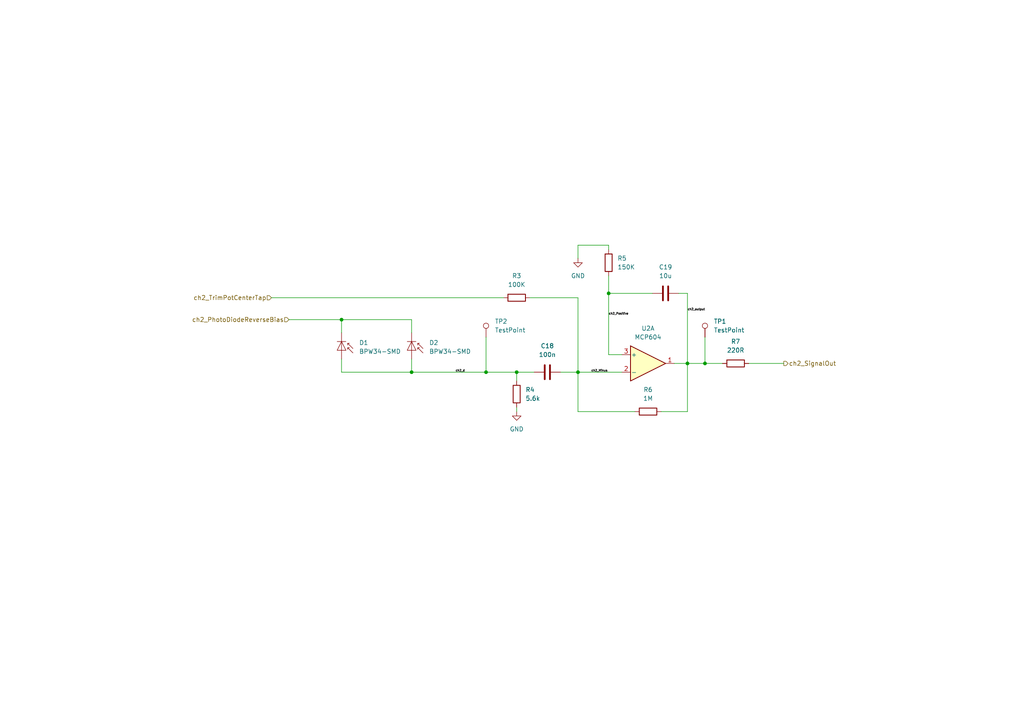
<source format=kicad_sch>
(kicad_sch (version 20230121) (generator eeschema)

  (uuid aee065b9-68bc-4597-bab1-4f3a8a538a8c)

  (paper "A4")

  (title_block
    (title "ElectronicBLETarget")
    (date "2024-02-03")
    (rev "1")
  )

  (lib_symbols
    (symbol "Amplifier_Operational:MCP604" (pin_names (offset 0.127)) (in_bom yes) (on_board yes)
      (property "Reference" "U" (at 0 5.08 0)
        (effects (font (size 1.27 1.27)) (justify left))
      )
      (property "Value" "MCP604" (at 0 -5.08 0)
        (effects (font (size 1.27 1.27)) (justify left))
      )
      (property "Footprint" "" (at -1.27 2.54 0)
        (effects (font (size 1.27 1.27)) hide)
      )
      (property "Datasheet" "http://ww1.microchip.com/downloads/en/DeviceDoc/21314g.pdf" (at 1.27 5.08 0)
        (effects (font (size 1.27 1.27)) hide)
      )
      (property "ki_locked" "" (at 0 0 0)
        (effects (font (size 1.27 1.27)))
      )
      (property "ki_keywords" "quad opamp" (at 0 0 0)
        (effects (font (size 1.27 1.27)) hide)
      )
      (property "ki_description" "Quad 2.7V to 6.0V Single Supply CMOS Op Amps, DIP-14/SOIC-14/TSSOP-14" (at 0 0 0)
        (effects (font (size 1.27 1.27)) hide)
      )
      (property "ki_fp_filters" "SOIC*3.9x8.7mm*P1.27mm* DIP*W7.62mm* TSSOP*4.4x5mm*P0.65mm* SSOP*5.3x6.2mm*P0.65mm* MSOP*3x3mm*P0.5mm*" (at 0 0 0)
        (effects (font (size 1.27 1.27)) hide)
      )
      (symbol "MCP604_1_1"
        (polyline
          (pts
            (xy -5.08 5.08)
            (xy 5.08 0)
            (xy -5.08 -5.08)
            (xy -5.08 5.08)
          )
          (stroke (width 0.254) (type default))
          (fill (type background))
        )
        (pin output line (at 7.62 0 180) (length 2.54)
          (name "~" (effects (font (size 1.27 1.27))))
          (number "1" (effects (font (size 1.27 1.27))))
        )
        (pin input line (at -7.62 -2.54 0) (length 2.54)
          (name "-" (effects (font (size 1.27 1.27))))
          (number "2" (effects (font (size 1.27 1.27))))
        )
        (pin input line (at -7.62 2.54 0) (length 2.54)
          (name "+" (effects (font (size 1.27 1.27))))
          (number "3" (effects (font (size 1.27 1.27))))
        )
      )
      (symbol "MCP604_2_1"
        (polyline
          (pts
            (xy -5.08 5.08)
            (xy 5.08 0)
            (xy -5.08 -5.08)
            (xy -5.08 5.08)
          )
          (stroke (width 0.254) (type default))
          (fill (type background))
        )
        (pin input line (at -7.62 2.54 0) (length 2.54)
          (name "+" (effects (font (size 1.27 1.27))))
          (number "5" (effects (font (size 1.27 1.27))))
        )
        (pin input line (at -7.62 -2.54 0) (length 2.54)
          (name "-" (effects (font (size 1.27 1.27))))
          (number "6" (effects (font (size 1.27 1.27))))
        )
        (pin output line (at 7.62 0 180) (length 2.54)
          (name "~" (effects (font (size 1.27 1.27))))
          (number "7" (effects (font (size 1.27 1.27))))
        )
      )
      (symbol "MCP604_3_1"
        (polyline
          (pts
            (xy -5.08 5.08)
            (xy 5.08 0)
            (xy -5.08 -5.08)
            (xy -5.08 5.08)
          )
          (stroke (width 0.254) (type default))
          (fill (type background))
        )
        (pin input line (at -7.62 2.54 0) (length 2.54)
          (name "+" (effects (font (size 1.27 1.27))))
          (number "10" (effects (font (size 1.27 1.27))))
        )
        (pin output line (at 7.62 0 180) (length 2.54)
          (name "~" (effects (font (size 1.27 1.27))))
          (number "8" (effects (font (size 1.27 1.27))))
        )
        (pin input line (at -7.62 -2.54 0) (length 2.54)
          (name "-" (effects (font (size 1.27 1.27))))
          (number "9" (effects (font (size 1.27 1.27))))
        )
      )
      (symbol "MCP604_4_1"
        (polyline
          (pts
            (xy -5.08 5.08)
            (xy 5.08 0)
            (xy -5.08 -5.08)
            (xy -5.08 5.08)
          )
          (stroke (width 0.254) (type default))
          (fill (type background))
        )
        (pin input line (at -7.62 2.54 0) (length 2.54)
          (name "+" (effects (font (size 1.27 1.27))))
          (number "12" (effects (font (size 1.27 1.27))))
        )
        (pin input line (at -7.62 -2.54 0) (length 2.54)
          (name "-" (effects (font (size 1.27 1.27))))
          (number "13" (effects (font (size 1.27 1.27))))
        )
        (pin output line (at 7.62 0 180) (length 2.54)
          (name "~" (effects (font (size 1.27 1.27))))
          (number "14" (effects (font (size 1.27 1.27))))
        )
      )
      (symbol "MCP604_5_1"
        (pin power_in line (at -2.54 -7.62 90) (length 3.81)
          (name "V-" (effects (font (size 1.27 1.27))))
          (number "11" (effects (font (size 1.27 1.27))))
        )
        (pin power_in line (at -2.54 7.62 270) (length 3.81)
          (name "V+" (effects (font (size 1.27 1.27))))
          (number "4" (effects (font (size 1.27 1.27))))
        )
      )
    )
    (symbol "Connector:TestPoint" (pin_numbers hide) (pin_names (offset 0.762) hide) (in_bom yes) (on_board yes)
      (property "Reference" "TP" (at 0 6.858 0)
        (effects (font (size 1.27 1.27)))
      )
      (property "Value" "TestPoint" (at 0 5.08 0)
        (effects (font (size 1.27 1.27)))
      )
      (property "Footprint" "" (at 5.08 0 0)
        (effects (font (size 1.27 1.27)) hide)
      )
      (property "Datasheet" "~" (at 5.08 0 0)
        (effects (font (size 1.27 1.27)) hide)
      )
      (property "ki_keywords" "test point tp" (at 0 0 0)
        (effects (font (size 1.27 1.27)) hide)
      )
      (property "ki_description" "test point" (at 0 0 0)
        (effects (font (size 1.27 1.27)) hide)
      )
      (property "ki_fp_filters" "Pin* Test*" (at 0 0 0)
        (effects (font (size 1.27 1.27)) hide)
      )
      (symbol "TestPoint_0_1"
        (circle (center 0 3.302) (radius 0.762)
          (stroke (width 0) (type default))
          (fill (type none))
        )
      )
      (symbol "TestPoint_1_1"
        (pin passive line (at 0 0 90) (length 2.54)
          (name "1" (effects (font (size 1.27 1.27))))
          (number "1" (effects (font (size 1.27 1.27))))
        )
      )
    )
    (symbol "Device:C" (pin_numbers hide) (pin_names (offset 0.254)) (in_bom yes) (on_board yes)
      (property "Reference" "C" (at 0.635 2.54 0)
        (effects (font (size 1.27 1.27)) (justify left))
      )
      (property "Value" "C" (at 0.635 -2.54 0)
        (effects (font (size 1.27 1.27)) (justify left))
      )
      (property "Footprint" "" (at 0.9652 -3.81 0)
        (effects (font (size 1.27 1.27)) hide)
      )
      (property "Datasheet" "~" (at 0 0 0)
        (effects (font (size 1.27 1.27)) hide)
      )
      (property "ki_keywords" "cap capacitor" (at 0 0 0)
        (effects (font (size 1.27 1.27)) hide)
      )
      (property "ki_description" "Unpolarized capacitor" (at 0 0 0)
        (effects (font (size 1.27 1.27)) hide)
      )
      (property "ki_fp_filters" "C_*" (at 0 0 0)
        (effects (font (size 1.27 1.27)) hide)
      )
      (symbol "C_0_1"
        (polyline
          (pts
            (xy -2.032 -0.762)
            (xy 2.032 -0.762)
          )
          (stroke (width 0.508) (type default))
          (fill (type none))
        )
        (polyline
          (pts
            (xy -2.032 0.762)
            (xy 2.032 0.762)
          )
          (stroke (width 0.508) (type default))
          (fill (type none))
        )
      )
      (symbol "C_1_1"
        (pin passive line (at 0 3.81 270) (length 2.794)
          (name "~" (effects (font (size 1.27 1.27))))
          (number "1" (effects (font (size 1.27 1.27))))
        )
        (pin passive line (at 0 -3.81 90) (length 2.794)
          (name "~" (effects (font (size 1.27 1.27))))
          (number "2" (effects (font (size 1.27 1.27))))
        )
      )
    )
    (symbol "Device:R" (pin_numbers hide) (pin_names (offset 0)) (in_bom yes) (on_board yes)
      (property "Reference" "R" (at 2.032 0 90)
        (effects (font (size 1.27 1.27)))
      )
      (property "Value" "R" (at 0 0 90)
        (effects (font (size 1.27 1.27)))
      )
      (property "Footprint" "" (at -1.778 0 90)
        (effects (font (size 1.27 1.27)) hide)
      )
      (property "Datasheet" "~" (at 0 0 0)
        (effects (font (size 1.27 1.27)) hide)
      )
      (property "ki_keywords" "R res resistor" (at 0 0 0)
        (effects (font (size 1.27 1.27)) hide)
      )
      (property "ki_description" "Resistor" (at 0 0 0)
        (effects (font (size 1.27 1.27)) hide)
      )
      (property "ki_fp_filters" "R_*" (at 0 0 0)
        (effects (font (size 1.27 1.27)) hide)
      )
      (symbol "R_0_1"
        (rectangle (start -1.016 -2.54) (end 1.016 2.54)
          (stroke (width 0.254) (type default))
          (fill (type none))
        )
      )
      (symbol "R_1_1"
        (pin passive line (at 0 3.81 270) (length 1.27)
          (name "~" (effects (font (size 1.27 1.27))))
          (number "1" (effects (font (size 1.27 1.27))))
        )
        (pin passive line (at 0 -3.81 90) (length 1.27)
          (name "~" (effects (font (size 1.27 1.27))))
          (number "2" (effects (font (size 1.27 1.27))))
        )
      )
    )
    (symbol "Sensor_Optical:BPW34-SMD" (pin_numbers hide) (pin_names (offset 1.016) hide) (in_bom yes) (on_board yes)
      (property "Reference" "D" (at 0.508 1.778 0)
        (effects (font (size 1.27 1.27)) (justify left))
      )
      (property "Value" "BPW34-SMD" (at -1.016 -2.794 0)
        (effects (font (size 1.27 1.27)))
      )
      (property "Footprint" "OptoDevice:Osram_BPW34S-SMD" (at 0 4.445 0)
        (effects (font (size 1.27 1.27)) hide)
      )
      (property "Datasheet" "https://dammedia.osram.info/media/resource/hires/osram-dam-5488319/BPW%2034%20S_EN.pdf" (at -1.27 0 0)
        (effects (font (size 1.27 1.27)) hide)
      )
      (property "ki_keywords" "opto photodiode" (at 0 0 0)
        (effects (font (size 1.27 1.27)) hide)
      )
      (property "ki_description" "Silicon PIN Photodiode, Area 2.65x2.65mm" (at 0 0 0)
        (effects (font (size 1.27 1.27)) hide)
      )
      (property "ki_fp_filters" "Osram*BPW34S*" (at 0 0 0)
        (effects (font (size 1.27 1.27)) hide)
      )
      (symbol "BPW34-SMD_0_1"
        (polyline
          (pts
            (xy -2.54 1.27)
            (xy -2.54 -1.27)
          )
          (stroke (width 0.1524) (type default))
          (fill (type none))
        )
        (polyline
          (pts
            (xy -2.032 1.778)
            (xy -1.524 1.778)
          )
          (stroke (width 0) (type default))
          (fill (type none))
        )
        (polyline
          (pts
            (xy 0 -1.27)
            (xy 0 1.27)
          )
          (stroke (width 0) (type default))
          (fill (type none))
        )
        (polyline
          (pts
            (xy 0 0)
            (xy -2.54 0)
          )
          (stroke (width 0) (type default))
          (fill (type none))
        )
        (polyline
          (pts
            (xy -0.508 3.302)
            (xy -2.032 1.778)
            (xy -2.032 2.286)
          )
          (stroke (width 0) (type default))
          (fill (type none))
        )
        (polyline
          (pts
            (xy 0 1.27)
            (xy -2.54 0)
            (xy 0 -1.27)
          )
          (stroke (width 0) (type default))
          (fill (type none))
        )
        (polyline
          (pts
            (xy 0.762 3.302)
            (xy -0.762 1.778)
            (xy -0.762 2.286)
            (xy -0.762 1.778)
            (xy -0.254 1.778)
          )
          (stroke (width 0) (type default))
          (fill (type none))
        )
      )
      (symbol "BPW34-SMD_1_1"
        (pin passive line (at -5.08 0 0) (length 2.54)
          (name "K" (effects (font (size 1.27 1.27))))
          (number "1" (effects (font (size 1.27 1.27))))
        )
        (pin passive line (at 2.54 0 180) (length 2.54)
          (name "A" (effects (font (size 1.27 1.27))))
          (number "2" (effects (font (size 1.27 1.27))))
        )
      )
    )
    (symbol "power:GND" (power) (pin_names (offset 0)) (in_bom yes) (on_board yes)
      (property "Reference" "#PWR" (at 0 -6.35 0)
        (effects (font (size 1.27 1.27)) hide)
      )
      (property "Value" "GND" (at 0 -3.81 0)
        (effects (font (size 1.27 1.27)))
      )
      (property "Footprint" "" (at 0 0 0)
        (effects (font (size 1.27 1.27)) hide)
      )
      (property "Datasheet" "" (at 0 0 0)
        (effects (font (size 1.27 1.27)) hide)
      )
      (property "ki_keywords" "global power" (at 0 0 0)
        (effects (font (size 1.27 1.27)) hide)
      )
      (property "ki_description" "Power symbol creates a global label with name \"GND\" , ground" (at 0 0 0)
        (effects (font (size 1.27 1.27)) hide)
      )
      (symbol "GND_0_1"
        (polyline
          (pts
            (xy 0 0)
            (xy 0 -1.27)
            (xy 1.27 -1.27)
            (xy 0 -2.54)
            (xy -1.27 -1.27)
            (xy 0 -1.27)
          )
          (stroke (width 0) (type default))
          (fill (type none))
        )
      )
      (symbol "GND_1_1"
        (pin power_in line (at 0 0 270) (length 0) hide
          (name "GND" (effects (font (size 1.27 1.27))))
          (number "1" (effects (font (size 1.27 1.27))))
        )
      )
    )
  )

  (junction (at 119.38 107.95) (diameter 0) (color 0 0 0 0)
    (uuid 5611e3e3-d031-49e0-b7b6-bea42622a4b0)
  )
  (junction (at 140.97 107.95) (diameter 0) (color 0 0 0 0)
    (uuid 80b75800-a32d-44f5-9e3c-1bc7c982cb5b)
  )
  (junction (at 99.06 92.71) (diameter 0) (color 0 0 0 0)
    (uuid 8d489731-508d-434a-9156-7f148f767d1c)
  )
  (junction (at 176.53 85.09) (diameter 0) (color 0 0 0 0)
    (uuid 914d6f20-a6e0-4274-aae0-d0df9b8fa606)
  )
  (junction (at 149.86 107.95) (diameter 0) (color 0 0 0 0)
    (uuid ac5d9629-e31f-43ff-800b-e24a7735f37a)
  )
  (junction (at 199.39 105.41) (diameter 0) (color 0 0 0 0)
    (uuid bcfd030d-2db4-4284-b463-c7e6dfdfafed)
  )
  (junction (at 204.47 105.41) (diameter 0) (color 0 0 0 0)
    (uuid d1e9d263-bc8b-4e77-a720-6a1f6e4a496e)
  )
  (junction (at 167.64 107.95) (diameter 0) (color 0 0 0 0)
    (uuid d3d8109c-ccf0-4032-8f4e-34157eeb8b66)
  )

  (wire (pts (xy 162.56 107.95) (xy 167.64 107.95))
    (stroke (width 0) (type default))
    (uuid 042e819f-949e-43aa-9f6b-d7bde65024e9)
  )
  (wire (pts (xy 167.64 86.36) (xy 167.64 107.95))
    (stroke (width 0) (type default))
    (uuid 0bfdffdc-5dfe-4c5c-be22-8a236f3945c3)
  )
  (wire (pts (xy 99.06 107.95) (xy 119.38 107.95))
    (stroke (width 0) (type default))
    (uuid 0f972e90-3382-4a40-99fc-94deafa76e97)
  )
  (wire (pts (xy 167.64 107.95) (xy 167.64 119.38))
    (stroke (width 0) (type default))
    (uuid 19fcfb4b-2404-4761-a0ec-63f71d329790)
  )
  (wire (pts (xy 99.06 92.71) (xy 99.06 96.52))
    (stroke (width 0) (type default))
    (uuid 1da7a3d0-0253-4f18-9f40-04f5a10341f5)
  )
  (wire (pts (xy 176.53 85.09) (xy 176.53 80.01))
    (stroke (width 0) (type default))
    (uuid 27ee3d09-c2d8-4eee-9fbd-971b7374a88a)
  )
  (wire (pts (xy 217.17 105.41) (xy 227.33 105.41))
    (stroke (width 0) (type default))
    (uuid 397fb09f-8ae4-4b9b-b68a-6edf5e809775)
  )
  (wire (pts (xy 176.53 85.09) (xy 189.23 85.09))
    (stroke (width 0) (type default))
    (uuid 3d9b227e-fc3d-4715-8d66-ca925a630d99)
  )
  (wire (pts (xy 140.97 107.95) (xy 149.86 107.95))
    (stroke (width 0) (type default))
    (uuid 3f3d70e0-b2c2-464a-bdd0-f32b77d9c57b)
  )
  (wire (pts (xy 199.39 85.09) (xy 199.39 105.41))
    (stroke (width 0) (type default))
    (uuid 4181c3c9-c26e-450b-bc85-70b16a22870a)
  )
  (wire (pts (xy 176.53 71.12) (xy 167.64 71.12))
    (stroke (width 0) (type default))
    (uuid 434f1936-4fa8-4bca-947d-b923976aac99)
  )
  (wire (pts (xy 119.38 107.95) (xy 119.38 104.14))
    (stroke (width 0) (type default))
    (uuid 46dbb403-db3f-457b-9016-eb3e6bcd495b)
  )
  (wire (pts (xy 149.86 107.95) (xy 154.94 107.95))
    (stroke (width 0) (type default))
    (uuid 4ce5214d-813f-465a-b588-b85017548be1)
  )
  (wire (pts (xy 149.86 118.11) (xy 149.86 119.38))
    (stroke (width 0) (type default))
    (uuid 5a22f779-4a43-448d-b117-4dfb8e0d5211)
  )
  (wire (pts (xy 204.47 97.79) (xy 204.47 105.41))
    (stroke (width 0) (type default))
    (uuid 65f97cf0-2c73-4686-9127-c7e89e25e2e2)
  )
  (wire (pts (xy 204.47 105.41) (xy 209.55 105.41))
    (stroke (width 0) (type default))
    (uuid 6ed57c6a-18d7-40af-adea-4f2c175fa4ab)
  )
  (wire (pts (xy 195.58 105.41) (xy 199.39 105.41))
    (stroke (width 0) (type default))
    (uuid 74cd2284-9f63-44ce-8d6c-5614888ce70f)
  )
  (wire (pts (xy 191.77 119.38) (xy 199.39 119.38))
    (stroke (width 0) (type default))
    (uuid 7c7da1a5-ce40-423b-9ba4-d8c170da9df3)
  )
  (wire (pts (xy 196.85 85.09) (xy 199.39 85.09))
    (stroke (width 0) (type default))
    (uuid 7eaee37b-1dec-41e0-b973-f814f108283a)
  )
  (wire (pts (xy 99.06 104.14) (xy 99.06 107.95))
    (stroke (width 0) (type default))
    (uuid 7f9e3470-504f-48de-99b9-a89a70d56c1e)
  )
  (wire (pts (xy 153.67 86.36) (xy 167.64 86.36))
    (stroke (width 0) (type default))
    (uuid 8ec7bb74-165b-4d90-ae62-75995fa3444c)
  )
  (wire (pts (xy 180.34 102.87) (xy 176.53 102.87))
    (stroke (width 0) (type default))
    (uuid 911813f2-e125-47f7-87f1-b54790880fff)
  )
  (wire (pts (xy 199.39 105.41) (xy 204.47 105.41))
    (stroke (width 0) (type default))
    (uuid 94facf6b-500c-4f04-a287-df8a0354f54a)
  )
  (wire (pts (xy 176.53 71.12) (xy 176.53 72.39))
    (stroke (width 0) (type default))
    (uuid 990fd306-eb6d-4125-9132-bd16899ea2a1)
  )
  (wire (pts (xy 119.38 96.52) (xy 119.38 92.71))
    (stroke (width 0) (type default))
    (uuid a209749e-4c38-4b77-aec5-136d94d3860c)
  )
  (wire (pts (xy 78.74 86.36) (xy 146.05 86.36))
    (stroke (width 0) (type default))
    (uuid a839f947-753e-4991-819b-5b749ead97aa)
  )
  (wire (pts (xy 199.39 119.38) (xy 199.39 105.41))
    (stroke (width 0) (type default))
    (uuid b77a1969-b282-4bbd-a06f-11e9ba4497bf)
  )
  (wire (pts (xy 140.97 97.79) (xy 140.97 107.95))
    (stroke (width 0) (type default))
    (uuid bf06d0cf-b801-4d75-b2f6-c166a0415c83)
  )
  (wire (pts (xy 99.06 92.71) (xy 119.38 92.71))
    (stroke (width 0) (type default))
    (uuid c2ec82a4-557c-4283-ad57-1ead6370020e)
  )
  (wire (pts (xy 83.82 92.71) (xy 99.06 92.71))
    (stroke (width 0) (type default))
    (uuid d7ad232c-8bca-49b5-b2d2-00833e248b97)
  )
  (wire (pts (xy 140.97 107.95) (xy 119.38 107.95))
    (stroke (width 0) (type default))
    (uuid da1f67db-693c-4406-a2db-6416dbc55e16)
  )
  (wire (pts (xy 167.64 71.12) (xy 167.64 74.93))
    (stroke (width 0) (type default))
    (uuid dc92a83a-98d5-4699-aaae-f264fc91baa9)
  )
  (wire (pts (xy 176.53 102.87) (xy 176.53 85.09))
    (stroke (width 0) (type default))
    (uuid ed189bd2-90d6-4120-96ba-86c0c15e9089)
  )
  (wire (pts (xy 149.86 110.49) (xy 149.86 107.95))
    (stroke (width 0) (type default))
    (uuid f0b65cd2-814f-4e9e-89e6-e4ac40a054dd)
  )
  (wire (pts (xy 184.15 119.38) (xy 167.64 119.38))
    (stroke (width 0) (type default))
    (uuid f5467a2f-ec16-4da9-aa36-dbee2079b2ed)
  )
  (wire (pts (xy 180.34 107.95) (xy 167.64 107.95))
    (stroke (width 0) (type default))
    (uuid facf12ee-a427-46c6-8e6f-ce41ede7cead)
  )

  (label "ch2_d" (at 132.08 107.95 0) (fields_autoplaced)
    (effects (font (size 0.6 0.6)) (justify left bottom))
    (uuid 59f1dd11-d84a-4eb1-8960-660fd9b4ab8d)
  )
  (label "ch2_Positive" (at 176.53 91.44 0) (fields_autoplaced)
    (effects (font (size 0.6 0.6)) (justify left bottom))
    (uuid 5b42933b-0124-4708-9839-881cf9465aa4)
  )
  (label "ch2_Minus" (at 171.45 107.95 0) (fields_autoplaced)
    (effects (font (size 0.6 0.6)) (justify left bottom))
    (uuid 7dd4ca0e-7580-421d-a492-5a5d6eb653b4)
  )
  (label "ch2_output" (at 199.39 90.17 0) (fields_autoplaced)
    (effects (font (size 0.6 0.6)) (justify left bottom))
    (uuid 8700fb40-bb76-4773-8131-b2e93b1cbf90)
  )

  (hierarchical_label "ch2_TrimPotCenterTap" (shape input) (at 78.74 86.36 180) (fields_autoplaced)
    (effects (font (size 1.27 1.27)) (justify right))
    (uuid 1a503901-7f74-458d-ac0c-b2e842aba2c6)
  )
  (hierarchical_label "ch2_PhotoDiodeReverseBias" (shape input) (at 83.82 92.71 180) (fields_autoplaced)
    (effects (font (size 1.27 1.27)) (justify right))
    (uuid b763f4fc-371c-4f7b-8ced-9fdd0e37927b)
  )
  (hierarchical_label "ch2_SignalOut" (shape output) (at 227.33 105.41 0) (fields_autoplaced)
    (effects (font (size 1.27 1.27)) (justify left))
    (uuid be388b6c-df63-40af-82b7-33455bd0977d)
  )

  (symbol (lib_id "Device:R") (at 149.86 114.3 0) (unit 1)
    (in_bom yes) (on_board yes) (dnp no) (fields_autoplaced)
    (uuid 297f039b-14b5-4610-8cbe-b9883290504b)
    (property "Reference" "R4" (at 152.4 113.03 0)
      (effects (font (size 1.27 1.27)) (justify left))
    )
    (property "Value" "5.6k" (at 152.4 115.57 0)
      (effects (font (size 1.27 1.27)) (justify left))
    )
    (property "Footprint" "Resistor_SMD:R_0402_1005Metric" (at 148.082 114.3 90)
      (effects (font (size 1.27 1.27)) hide)
    )
    (property "Datasheet" "~" (at 149.86 114.3 0)
      (effects (font (size 1.27 1.27)) hide)
    )
    (property "Distributor" "https://www2.mouser.com/ProductDetail/YAGEO/RC0402FR-075K6P?qs=qpJ%252B%252B%252Bdg6p30gsyyATH7TQ%3D%3D" (at 149.86 114.3 0)
      (effects (font (size 1.27 1.27)) hide)
    )
    (property "Manufacturer" "YAGEO" (at 149.86 114.3 0)
      (effects (font (size 1.27 1.27)) hide)
    )
    (property "Manufacturer Part Number" "RC0402FR-075K6P" (at 149.86 114.3 0)
      (effects (font (size 1.27 1.27)) hide)
    )
    (pin "1" (uuid b4b18fe5-a8df-4331-b212-cad25e6ec62e))
    (pin "2" (uuid 575847b8-6edc-45b0-b161-5a29a781992c))
    (instances
      (project "ElectronicBLETarget"
        (path "/e65ca263-7357-4fa8-aaf0-4e1b74459457/49f09594-2afc-4263-bfc0-820cce7c9974/59fea44c-0a64-4f6c-b8f7-0535f389bda9"
          (reference "R4") (unit 1)
        )
        (path "/e65ca263-7357-4fa8-aaf0-4e1b74459457/49f09594-2afc-4263-bfc0-820cce7c9974/7874cf2c-78dc-45f4-9ca5-22bdae47e0ea"
          (reference "R22") (unit 1)
        )
        (path "/e65ca263-7357-4fa8-aaf0-4e1b74459457/b544718d-3976-4b6d-b3e0-414d205a9f25/38c464ff-d6c7-45ac-be65-89498dbc7801"
          (reference "R42") (unit 1)
        )
      )
    )
  )

  (symbol (lib_id "Amplifier_Operational:MCP604") (at 187.96 105.41 0) (unit 1)
    (in_bom yes) (on_board yes) (dnp no) (fields_autoplaced)
    (uuid 350bfe47-df75-49a5-9573-cf0b0d02a004)
    (property "Reference" "U2" (at 187.96 95.25 0)
      (effects (font (size 1.27 1.27)))
    )
    (property "Value" "MCP604" (at 187.96 97.79 0)
      (effects (font (size 1.27 1.27)))
    )
    (property "Footprint" "ElectronicBLETarget_PCBFootprints:SOIC-14_3.9x8.7mm_P1.27mm" (at 186.69 102.87 0)
      (effects (font (size 1.27 1.27)) hide)
    )
    (property "Datasheet" "https://www2.mouser.com/datasheet/2/268/21669D-1180278.pdf" (at 189.23 100.33 0)
      (effects (font (size 1.27 1.27)) hide)
    )
    (property "Distributor" "https://www2.mouser.com/ProductDetail/Microchip-Technology/MCP6044-I-SL?qs=Yx6ahBY6%252BSBWFG0wBCI4%2FA%3D%3D&_gl=1*oc0vmt*_ga*NDY3NDU2NzcuMTcwNTQ5MzI1Mg..*_ga_15W4STQT4T*MTcxMjQxNzM2Ni45LjEuMTcxMjQxNzg0NC44LjAuMA..*_ga_1KQLCYKRX3*MTcxMDc3NDc1NS4zLjAuMTcxMDc3NDc1OC4wLjAuMA.." (at 187.96 105.41 0)
      (effects (font (size 1.27 1.27)) hide)
    )
    (property "Manufacturer" "Microchip Technology" (at 187.96 105.41 0)
      (effects (font (size 1.27 1.27)) hide)
    )
    (property "Manufacturer Part Number" "MCP6044-I/SL" (at 187.96 105.41 0)
      (effects (font (size 1.27 1.27)) hide)
    )
    (pin "7" (uuid 7a81f82c-6d5a-40d0-87ca-b0db901379bb))
    (pin "3" (uuid 8466c17e-1aa7-4ad4-972a-ab42098422a7))
    (pin "4" (uuid ecb57a54-d318-485e-9759-06c8cc7f1b63))
    (pin "2" (uuid 24cfb494-17c2-4d5d-b884-3a50a7008ce3))
    (pin "14" (uuid 64482b34-8f6f-410d-8bb1-63bf4abcffc6))
    (pin "10" (uuid c474b51b-d21f-474d-ab85-f8565aece012))
    (pin "12" (uuid 22197ab0-7db6-471f-836b-cf53764e8588))
    (pin "13" (uuid ba4c27d9-a29f-4329-967b-da694094f84f))
    (pin "6" (uuid e569b10d-d541-45ce-9d58-60f952aa2b36))
    (pin "5" (uuid 27f90559-cac7-4d3f-9f59-642e3ae8bd79))
    (pin "9" (uuid b471a340-ba6c-4792-b125-c7897980b13c))
    (pin "1" (uuid f5aef4a7-7752-40cf-ae8f-a1ebfcb53bac))
    (pin "8" (uuid 6621f91b-b020-4242-83fd-8f49fd5885ec))
    (pin "11" (uuid 958f1c67-41a5-406f-985e-c31c8db2bc0c))
    (instances
      (project "ElectronicBLETarget"
        (path "/e65ca263-7357-4fa8-aaf0-4e1b74459457/49f09594-2afc-4263-bfc0-820cce7c9974/59fea44c-0a64-4f6c-b8f7-0535f389bda9"
          (reference "U2") (unit 1)
        )
        (path "/e65ca263-7357-4fa8-aaf0-4e1b74459457/49f09594-2afc-4263-bfc0-820cce7c9974/7874cf2c-78dc-45f4-9ca5-22bdae47e0ea"
          (reference "U8") (unit 2)
        )
        (path "/e65ca263-7357-4fa8-aaf0-4e1b74459457/b544718d-3976-4b6d-b3e0-414d205a9f25/38c464ff-d6c7-45ac-be65-89498dbc7801"
          (reference "U9") (unit 2)
        )
      )
    )
  )

  (symbol (lib_id "Connector:TestPoint") (at 140.97 97.79 0) (unit 1)
    (in_bom yes) (on_board yes) (dnp no) (fields_autoplaced)
    (uuid 52ed5d5b-f2c9-4d82-8188-3f5f1a3f1b11)
    (property "Reference" "TP2" (at 143.51 93.218 0)
      (effects (font (size 1.27 1.27)) (justify left))
    )
    (property "Value" "TestPoint" (at 143.51 95.758 0)
      (effects (font (size 1.27 1.27)) (justify left))
    )
    (property "Footprint" "TestPoint:TestPoint_Pad_D1.5mm" (at 146.05 97.79 0)
      (effects (font (size 1.27 1.27)) hide)
    )
    (property "Datasheet" "~" (at 146.05 97.79 0)
      (effects (font (size 1.27 1.27)) hide)
    )
    (property "Distributor" "" (at 140.97 97.79 0)
      (effects (font (size 1.27 1.27)) hide)
    )
    (property "Manufacturer" "" (at 140.97 97.79 0)
      (effects (font (size 1.27 1.27)) hide)
    )
    (property "Manufacturer Part Number" "" (at 140.97 97.79 0)
      (effects (font (size 1.27 1.27)) hide)
    )
    (pin "1" (uuid 3983384d-29f0-4ead-b098-83703513d9ef))
    (instances
      (project "ElectronicBLETarget"
        (path "/e65ca263-7357-4fa8-aaf0-4e1b74459457/49f09594-2afc-4263-bfc0-820cce7c9974/59fea44c-0a64-4f6c-b8f7-0535f389bda9"
          (reference "TP2") (unit 1)
        )
        (path "/e65ca263-7357-4fa8-aaf0-4e1b74459457/49f09594-2afc-4263-bfc0-820cce7c9974/7874cf2c-78dc-45f4-9ca5-22bdae47e0ea"
          (reference "TP6") (unit 1)
        )
        (path "/e65ca263-7357-4fa8-aaf0-4e1b74459457/b544718d-3976-4b6d-b3e0-414d205a9f25/38c464ff-d6c7-45ac-be65-89498dbc7801"
          (reference "TP14") (unit 1)
        )
      )
    )
  )

  (symbol (lib_id "Device:R") (at 176.53 76.2 0) (unit 1)
    (in_bom yes) (on_board yes) (dnp no) (fields_autoplaced)
    (uuid 55eb5082-3dc2-4acd-98f5-2937aab7d7c2)
    (property "Reference" "R5" (at 179.07 74.93 0)
      (effects (font (size 1.27 1.27)) (justify left))
    )
    (property "Value" "150K" (at 179.07 77.47 0)
      (effects (font (size 1.27 1.27)) (justify left))
    )
    (property "Footprint" "Resistor_SMD:R_0402_1005Metric" (at 174.752 76.2 90)
      (effects (font (size 1.27 1.27)) hide)
    )
    (property "Datasheet" "~" (at 176.53 76.2 0)
      (effects (font (size 1.27 1.27)) hide)
    )
    (property "Distributor" "https://www2.mouser.com/ProductDetail/YAGEO/RC0402FR-07150KL?qs=UOUeRUa%252B8Wn3KcUL8sT7JA%3D%3D" (at 176.53 76.2 0)
      (effects (font (size 1.27 1.27)) hide)
    )
    (property "Manufacturer" "YAEGO" (at 176.53 76.2 0)
      (effects (font (size 1.27 1.27)) hide)
    )
    (property "Manufacturer Part Number" "RC0402FR-07150KL" (at 176.53 76.2 0)
      (effects (font (size 1.27 1.27)) hide)
    )
    (pin "1" (uuid 1221da8c-503c-49fc-a438-4d87a6d9b468))
    (pin "2" (uuid 1399df9f-532d-40f8-9c91-f5d8a9bcb254))
    (instances
      (project "ElectronicBLETarget"
        (path "/e65ca263-7357-4fa8-aaf0-4e1b74459457/49f09594-2afc-4263-bfc0-820cce7c9974/59fea44c-0a64-4f6c-b8f7-0535f389bda9"
          (reference "R5") (unit 1)
        )
        (path "/e65ca263-7357-4fa8-aaf0-4e1b74459457/49f09594-2afc-4263-bfc0-820cce7c9974/7874cf2c-78dc-45f4-9ca5-22bdae47e0ea"
          (reference "R23") (unit 1)
        )
        (path "/e65ca263-7357-4fa8-aaf0-4e1b74459457/b544718d-3976-4b6d-b3e0-414d205a9f25/38c464ff-d6c7-45ac-be65-89498dbc7801"
          (reference "R43") (unit 1)
        )
      )
    )
  )

  (symbol (lib_id "Device:C") (at 158.75 107.95 90) (unit 1)
    (in_bom yes) (on_board yes) (dnp no) (fields_autoplaced)
    (uuid 68bafcdc-6da7-4b95-bcd4-38318b7f2184)
    (property "Reference" "C18" (at 158.75 100.33 90)
      (effects (font (size 1.27 1.27)))
    )
    (property "Value" "100n" (at 158.75 102.87 90)
      (effects (font (size 1.27 1.27)))
    )
    (property "Footprint" "Capacitor_SMD:C_0402_1005Metric" (at 162.56 106.9848 0)
      (effects (font (size 1.27 1.27)) hide)
    )
    (property "Datasheet" "~" (at 158.75 107.95 0)
      (effects (font (size 1.27 1.27)) hide)
    )
    (property "Distributor" "https://www2.mouser.com/ProductDetail/KYOCERA-AVX/04023C104KAT2A?qs=nNezP%252BoerbAsgsxxIAjFOw%3D%3D" (at 158.75 107.95 0)
      (effects (font (size 1.27 1.27)) hide)
    )
    (property "Manufacturer" "KYOCERA AVX" (at 158.75 107.95 0)
      (effects (font (size 1.27 1.27)) hide)
    )
    (property "Manufacturer Part Number" "04023C104KAT2A" (at 158.75 107.95 0)
      (effects (font (size 1.27 1.27)) hide)
    )
    (pin "1" (uuid 847acbd6-cb87-4828-b9bb-1b2c7dcd0944))
    (pin "2" (uuid 544de35d-b7cd-4bde-b0b7-4fecc176f8ff))
    (instances
      (project "ElectronicBLETarget"
        (path "/e65ca263-7357-4fa8-aaf0-4e1b74459457/49f09594-2afc-4263-bfc0-820cce7c9974/59fea44c-0a64-4f6c-b8f7-0535f389bda9"
          (reference "C18") (unit 1)
        )
        (path "/e65ca263-7357-4fa8-aaf0-4e1b74459457/49f09594-2afc-4263-bfc0-820cce7c9974/7874cf2c-78dc-45f4-9ca5-22bdae47e0ea"
          (reference "C25") (unit 1)
        )
        (path "/e65ca263-7357-4fa8-aaf0-4e1b74459457/b544718d-3976-4b6d-b3e0-414d205a9f25/38c464ff-d6c7-45ac-be65-89498dbc7801"
          (reference "C33") (unit 1)
        )
      )
    )
  )

  (symbol (lib_id "Device:C") (at 193.04 85.09 90) (unit 1)
    (in_bom yes) (on_board yes) (dnp no) (fields_autoplaced)
    (uuid 813185d2-7046-4cae-a4cf-10cce77c5e0d)
    (property "Reference" "C19" (at 193.04 77.47 90)
      (effects (font (size 1.27 1.27)))
    )
    (property "Value" "10u" (at 193.04 80.01 90)
      (effects (font (size 1.27 1.27)))
    )
    (property "Footprint" "Capacitor_SMD:C_0603_1608Metric" (at 196.85 84.1248 0)
      (effects (font (size 1.27 1.27)) hide)
    )
    (property "Datasheet" "~" (at 193.04 85.09 0)
      (effects (font (size 1.27 1.27)) hide)
    )
    (property "Distributor" "https://www2.mouser.com/ProductDetail/Murata-Electronics/GRT188R61A106KE13D?qs=drgMNd%252BkGPNPX%2FZOd6cIlg%3D%3D" (at 193.04 85.09 0)
      (effects (font (size 1.27 1.27)) hide)
    )
    (property "Manufacturer" "Murata Electronics" (at 193.04 85.09 0)
      (effects (font (size 1.27 1.27)) hide)
    )
    (property "Manufacturer Part Number" "GRT188R61A106KE13D" (at 193.04 85.09 0)
      (effects (font (size 1.27 1.27)) hide)
    )
    (pin "2" (uuid 00504abb-8733-49b7-9fba-6900653c08e5))
    (pin "1" (uuid 162ee778-1191-4a0a-8f1c-302440937950))
    (instances
      (project "ElectronicBLETarget"
        (path "/e65ca263-7357-4fa8-aaf0-4e1b74459457/49f09594-2afc-4263-bfc0-820cce7c9974/59fea44c-0a64-4f6c-b8f7-0535f389bda9"
          (reference "C19") (unit 1)
        )
        (path "/e65ca263-7357-4fa8-aaf0-4e1b74459457/49f09594-2afc-4263-bfc0-820cce7c9974/7874cf2c-78dc-45f4-9ca5-22bdae47e0ea"
          (reference "C26") (unit 1)
        )
        (path "/e65ca263-7357-4fa8-aaf0-4e1b74459457/b544718d-3976-4b6d-b3e0-414d205a9f25/38c464ff-d6c7-45ac-be65-89498dbc7801"
          (reference "C34") (unit 1)
        )
      )
    )
  )

  (symbol (lib_id "Sensor_Optical:BPW34-SMD") (at 99.06 101.6 270) (unit 1)
    (in_bom yes) (on_board yes) (dnp no)
    (uuid 886aea2a-d599-41a4-8daf-e758ad19dab6)
    (property "Reference" "D1" (at 104.14 99.4029 90)
      (effects (font (size 1.27 1.27)) (justify left))
    )
    (property "Value" "BPW34-SMD" (at 104.14 101.9429 90)
      (effects (font (size 1.27 1.27)) (justify left))
    )
    (property "Footprint" "ElectronicBLETarget_PCBFootprints:Osram_BPW34S-SMD" (at 103.505 101.6 0)
      (effects (font (size 1.27 1.27)) hide)
    )
    (property "Datasheet" "https://dammedia.osram.info/media/resource/hires/osram-dam-5488319/BPW%2034%20S_EN.pdf" (at 99.06 100.33 0)
      (effects (font (size 1.27 1.27)) hide)
    )
    (property "Distributor" "https://www2.mouser.com/ProductDetail/ams-OSRAM/BPW-34-S?qs=vLWxofP3U2zVT0CDmWwS1A%3D%3D" (at 99.06 101.6 0)
      (effects (font (size 1.27 1.27)) hide)
    )
    (property "Manufacturer" "ams OSRAM" (at 99.06 101.6 0)
      (effects (font (size 1.27 1.27)) hide)
    )
    (property "Manufacturer Part Number" "BPW 34 S" (at 99.06 101.6 0)
      (effects (font (size 1.27 1.27)) hide)
    )
    (pin "1" (uuid a750f4f8-2336-4a6f-8c84-a69e891a5c94))
    (pin "2" (uuid 205514dd-e8c9-4f05-b1f4-edec1a93f529))
    (instances
      (project "ElectronicBLETarget"
        (path "/e65ca263-7357-4fa8-aaf0-4e1b74459457/49f09594-2afc-4263-bfc0-820cce7c9974/59fea44c-0a64-4f6c-b8f7-0535f389bda9"
          (reference "D1") (unit 1)
        )
        (path "/e65ca263-7357-4fa8-aaf0-4e1b74459457/49f09594-2afc-4263-bfc0-820cce7c9974/7874cf2c-78dc-45f4-9ca5-22bdae47e0ea"
          (reference "D4") (unit 1)
        )
        (path "/e65ca263-7357-4fa8-aaf0-4e1b74459457/b544718d-3976-4b6d-b3e0-414d205a9f25/38c464ff-d6c7-45ac-be65-89498dbc7801"
          (reference "D12") (unit 1)
        )
      )
    )
  )

  (symbol (lib_id "Device:R") (at 187.96 119.38 90) (unit 1)
    (in_bom yes) (on_board yes) (dnp no) (fields_autoplaced)
    (uuid 9e92f0ec-b43e-4adf-91e7-45118ae6a64d)
    (property "Reference" "R6" (at 187.96 113.03 90)
      (effects (font (size 1.27 1.27)))
    )
    (property "Value" "1M" (at 187.96 115.57 90)
      (effects (font (size 1.27 1.27)))
    )
    (property "Footprint" "Resistor_SMD:R_0402_1005Metric" (at 187.96 121.158 90)
      (effects (font (size 1.27 1.27)) hide)
    )
    (property "Datasheet" "~" (at 187.96 119.38 0)
      (effects (font (size 1.27 1.27)) hide)
    )
    (property "Distributor" "https://www2.mouser.com/ProductDetail/YAGEO/RC0402FR-071MP?qs=qpJ%252B%252B%252Bdg6p3ZHXW8hUlwzA%3D%3D" (at 187.96 119.38 0)
      (effects (font (size 1.27 1.27)) hide)
    )
    (property "Manufacturer" "YAEGO" (at 187.96 119.38 0)
      (effects (font (size 1.27 1.27)) hide)
    )
    (property "Manufacturer Part Number" "RC0402FR-071MP" (at 187.96 119.38 0)
      (effects (font (size 1.27 1.27)) hide)
    )
    (pin "2" (uuid 018018c2-3dfb-415c-b946-6f6779da055e))
    (pin "1" (uuid 4eb27c61-3554-4117-a28a-d6e3d8720fca))
    (instances
      (project "ElectronicBLETarget"
        (path "/e65ca263-7357-4fa8-aaf0-4e1b74459457/49f09594-2afc-4263-bfc0-820cce7c9974/59fea44c-0a64-4f6c-b8f7-0535f389bda9"
          (reference "R6") (unit 1)
        )
        (path "/e65ca263-7357-4fa8-aaf0-4e1b74459457/49f09594-2afc-4263-bfc0-820cce7c9974/7874cf2c-78dc-45f4-9ca5-22bdae47e0ea"
          (reference "R24") (unit 1)
        )
        (path "/e65ca263-7357-4fa8-aaf0-4e1b74459457/b544718d-3976-4b6d-b3e0-414d205a9f25/38c464ff-d6c7-45ac-be65-89498dbc7801"
          (reference "R44") (unit 1)
        )
      )
    )
  )

  (symbol (lib_id "Connector:TestPoint") (at 204.47 97.79 0) (unit 1)
    (in_bom yes) (on_board yes) (dnp no) (fields_autoplaced)
    (uuid a037edea-63ea-4f6b-a083-10a7bb05ac32)
    (property "Reference" "TP1" (at 207.01 93.218 0)
      (effects (font (size 1.27 1.27)) (justify left))
    )
    (property "Value" "TestPoint" (at 207.01 95.758 0)
      (effects (font (size 1.27 1.27)) (justify left))
    )
    (property "Footprint" "TestPoint:TestPoint_Pad_D1.5mm" (at 209.55 97.79 0)
      (effects (font (size 1.27 1.27)) hide)
    )
    (property "Datasheet" "~" (at 209.55 97.79 0)
      (effects (font (size 1.27 1.27)) hide)
    )
    (property "Distributor" "" (at 204.47 97.79 0)
      (effects (font (size 1.27 1.27)) hide)
    )
    (property "Manufacturer" "" (at 204.47 97.79 0)
      (effects (font (size 1.27 1.27)) hide)
    )
    (property "Manufacturer Part Number" "" (at 204.47 97.79 0)
      (effects (font (size 1.27 1.27)) hide)
    )
    (pin "1" (uuid 114072aa-4b34-4fc5-993b-512c3cd5cf88))
    (instances
      (project "ElectronicBLETarget"
        (path "/e65ca263-7357-4fa8-aaf0-4e1b74459457/49f09594-2afc-4263-bfc0-820cce7c9974/59fea44c-0a64-4f6c-b8f7-0535f389bda9"
          (reference "TP1") (unit 1)
        )
        (path "/e65ca263-7357-4fa8-aaf0-4e1b74459457/49f09594-2afc-4263-bfc0-820cce7c9974/7874cf2c-78dc-45f4-9ca5-22bdae47e0ea"
          (reference "TP7") (unit 1)
        )
        (path "/e65ca263-7357-4fa8-aaf0-4e1b74459457/b544718d-3976-4b6d-b3e0-414d205a9f25/38c464ff-d6c7-45ac-be65-89498dbc7801"
          (reference "TP15") (unit 1)
        )
      )
    )
  )

  (symbol (lib_id "power:GND") (at 149.86 119.38 0) (unit 1)
    (in_bom yes) (on_board yes) (dnp no) (fields_autoplaced)
    (uuid b0270663-c7e5-4831-98f5-38dce231a548)
    (property "Reference" "#PWR022" (at 149.86 125.73 0)
      (effects (font (size 1.27 1.27)) hide)
    )
    (property "Value" "GND" (at 149.86 124.46 0)
      (effects (font (size 1.27 1.27)))
    )
    (property "Footprint" "" (at 149.86 119.38 0)
      (effects (font (size 1.27 1.27)) hide)
    )
    (property "Datasheet" "" (at 149.86 119.38 0)
      (effects (font (size 1.27 1.27)) hide)
    )
    (pin "1" (uuid 9f1f8014-d1e1-49e5-836d-6989b5b46760))
    (instances
      (project "ElectronicBLETarget"
        (path "/e65ca263-7357-4fa8-aaf0-4e1b74459457/49f09594-2afc-4263-bfc0-820cce7c9974/59fea44c-0a64-4f6c-b8f7-0535f389bda9"
          (reference "#PWR022") (unit 1)
        )
        (path "/e65ca263-7357-4fa8-aaf0-4e1b74459457/49f09594-2afc-4263-bfc0-820cce7c9974/7874cf2c-78dc-45f4-9ca5-22bdae47e0ea"
          (reference "#PWR047") (unit 1)
        )
        (path "/e65ca263-7357-4fa8-aaf0-4e1b74459457/b544718d-3976-4b6d-b3e0-414d205a9f25/38c464ff-d6c7-45ac-be65-89498dbc7801"
          (reference "#PWR057") (unit 1)
        )
      )
    )
  )

  (symbol (lib_id "Device:R") (at 213.36 105.41 270) (unit 1)
    (in_bom yes) (on_board yes) (dnp no) (fields_autoplaced)
    (uuid b532911b-2143-4df2-a93e-92c24c177faf)
    (property "Reference" "R7" (at 213.36 99.06 90)
      (effects (font (size 1.27 1.27)))
    )
    (property "Value" "220R" (at 213.36 101.6 90)
      (effects (font (size 1.27 1.27)))
    )
    (property "Footprint" "Resistor_SMD:R_0402_1005Metric" (at 213.36 103.632 90)
      (effects (font (size 1.27 1.27)) hide)
    )
    (property "Datasheet" "~" (at 213.36 105.41 0)
      (effects (font (size 1.27 1.27)) hide)
    )
    (property "Distributor" "https://www2.mouser.com/ProductDetail/YAGEO/RC0402FR-07221RL?qs=YDy31nmf64y04UoKIvC83Q%3D%3D" (at 213.36 105.41 0)
      (effects (font (size 1.27 1.27)) hide)
    )
    (property "Manufacturer" "YAGEO" (at 213.36 105.41 0)
      (effects (font (size 1.27 1.27)) hide)
    )
    (property "Manufacturer Part Number" "RC0402FR-07221RL" (at 213.36 105.41 0)
      (effects (font (size 1.27 1.27)) hide)
    )
    (pin "2" (uuid b71f7c75-0e3b-4117-9387-8bad5c9704cd))
    (pin "1" (uuid 26583ed4-1133-4ac1-a313-9429493fcba4))
    (instances
      (project "ElectronicBLETarget"
        (path "/e65ca263-7357-4fa8-aaf0-4e1b74459457/49f09594-2afc-4263-bfc0-820cce7c9974/59fea44c-0a64-4f6c-b8f7-0535f389bda9"
          (reference "R7") (unit 1)
        )
        (path "/e65ca263-7357-4fa8-aaf0-4e1b74459457/49f09594-2afc-4263-bfc0-820cce7c9974/7874cf2c-78dc-45f4-9ca5-22bdae47e0ea"
          (reference "R25") (unit 1)
        )
        (path "/e65ca263-7357-4fa8-aaf0-4e1b74459457/b544718d-3976-4b6d-b3e0-414d205a9f25/38c464ff-d6c7-45ac-be65-89498dbc7801"
          (reference "R45") (unit 1)
        )
      )
    )
  )

  (symbol (lib_id "Device:R") (at 149.86 86.36 90) (unit 1)
    (in_bom yes) (on_board yes) (dnp no) (fields_autoplaced)
    (uuid bb2b9088-a08a-42bd-a7b1-4d2aa4c8a83f)
    (property "Reference" "R3" (at 149.86 80.01 90)
      (effects (font (size 1.27 1.27)))
    )
    (property "Value" "100K" (at 149.86 82.55 90)
      (effects (font (size 1.27 1.27)))
    )
    (property "Footprint" "Resistor_SMD:R_0402_1005Metric" (at 149.86 88.138 90)
      (effects (font (size 1.27 1.27)) hide)
    )
    (property "Datasheet" "~" (at 149.86 86.36 0)
      (effects (font (size 1.27 1.27)) hide)
    )
    (property "Distributor" "https://www2.mouser.com/ProductDetail/YAGEO/RC0402FR-07100KL?qs=mnq%2FyloZIXzTlUn7JAHSWg%3D%3D" (at 149.86 86.36 0)
      (effects (font (size 1.27 1.27)) hide)
    )
    (property "Manufacturer" "YAGEO" (at 149.86 86.36 0)
      (effects (font (size 1.27 1.27)) hide)
    )
    (property "Manufacturer Part Number" "RC0402FR-07100KL" (at 149.86 86.36 0)
      (effects (font (size 1.27 1.27)) hide)
    )
    (pin "1" (uuid 55bf390d-19ff-4e64-a47a-62355b823de5))
    (pin "2" (uuid 2c715e94-f018-46b3-9a52-171cbc5c67b2))
    (instances
      (project "ElectronicBLETarget"
        (path "/e65ca263-7357-4fa8-aaf0-4e1b74459457/49f09594-2afc-4263-bfc0-820cce7c9974/59fea44c-0a64-4f6c-b8f7-0535f389bda9"
          (reference "R3") (unit 1)
        )
        (path "/e65ca263-7357-4fa8-aaf0-4e1b74459457/49f09594-2afc-4263-bfc0-820cce7c9974/7874cf2c-78dc-45f4-9ca5-22bdae47e0ea"
          (reference "R21") (unit 1)
        )
        (path "/e65ca263-7357-4fa8-aaf0-4e1b74459457/b544718d-3976-4b6d-b3e0-414d205a9f25/38c464ff-d6c7-45ac-be65-89498dbc7801"
          (reference "R41") (unit 1)
        )
      )
    )
  )

  (symbol (lib_id "power:GND") (at 167.64 74.93 0) (unit 1)
    (in_bom yes) (on_board yes) (dnp no) (fields_autoplaced)
    (uuid ce788be0-7e04-42eb-9b18-8451e011a73b)
    (property "Reference" "#PWR023" (at 167.64 81.28 0)
      (effects (font (size 1.27 1.27)) hide)
    )
    (property "Value" "GND" (at 167.64 80.01 0)
      (effects (font (size 1.27 1.27)))
    )
    (property "Footprint" "" (at 167.64 74.93 0)
      (effects (font (size 1.27 1.27)) hide)
    )
    (property "Datasheet" "" (at 167.64 74.93 0)
      (effects (font (size 1.27 1.27)) hide)
    )
    (pin "1" (uuid d1fe1e6d-b786-4bb3-9fa3-8af48a0f6518))
    (instances
      (project "ElectronicBLETarget"
        (path "/e65ca263-7357-4fa8-aaf0-4e1b74459457/49f09594-2afc-4263-bfc0-820cce7c9974/59fea44c-0a64-4f6c-b8f7-0535f389bda9"
          (reference "#PWR023") (unit 1)
        )
        (path "/e65ca263-7357-4fa8-aaf0-4e1b74459457/49f09594-2afc-4263-bfc0-820cce7c9974/7874cf2c-78dc-45f4-9ca5-22bdae47e0ea"
          (reference "#PWR048") (unit 1)
        )
        (path "/e65ca263-7357-4fa8-aaf0-4e1b74459457/b544718d-3976-4b6d-b3e0-414d205a9f25/38c464ff-d6c7-45ac-be65-89498dbc7801"
          (reference "#PWR058") (unit 1)
        )
      )
    )
  )

  (symbol (lib_id "Sensor_Optical:BPW34-SMD") (at 119.38 101.6 270) (unit 1)
    (in_bom yes) (on_board yes) (dnp no) (fields_autoplaced)
    (uuid f87e12c0-6aa7-4a25-b096-b9cd470cbe3b)
    (property "Reference" "D2" (at 124.46 99.4029 90)
      (effects (font (size 1.27 1.27)) (justify left))
    )
    (property "Value" "BPW34-SMD" (at 124.46 101.9429 90)
      (effects (font (size 1.27 1.27)) (justify left))
    )
    (property "Footprint" "ElectronicBLETarget_PCBFootprints:Osram_BPW34S-SMD" (at 123.825 101.6 0)
      (effects (font (size 1.27 1.27)) hide)
    )
    (property "Datasheet" "https://dammedia.osram.info/media/resource/hires/osram-dam-5488319/BPW%2034%20S_EN.pdf" (at 119.38 100.33 0)
      (effects (font (size 1.27 1.27)) hide)
    )
    (property "Distributor" "https://www2.mouser.com/ProductDetail/ams-OSRAM/BPW-34-S?qs=vLWxofP3U2zVT0CDmWwS1A%3D%3D" (at 119.38 101.6 0)
      (effects (font (size 1.27 1.27)) hide)
    )
    (property "Manufacturer" "ams OSRAM" (at 119.38 101.6 0)
      (effects (font (size 1.27 1.27)) hide)
    )
    (property "Manufacturer Part Number" "BPW 34 S" (at 119.38 101.6 0)
      (effects (font (size 1.27 1.27)) hide)
    )
    (pin "1" (uuid c0aa0669-77ed-4af2-9dc7-06dd0f07e2cd))
    (pin "2" (uuid 0b7ef4fc-c615-47c2-a457-a5d23640b3ea))
    (instances
      (project "ElectronicBLETarget"
        (path "/e65ca263-7357-4fa8-aaf0-4e1b74459457/49f09594-2afc-4263-bfc0-820cce7c9974/59fea44c-0a64-4f6c-b8f7-0535f389bda9"
          (reference "D2") (unit 1)
        )
        (path "/e65ca263-7357-4fa8-aaf0-4e1b74459457/49f09594-2afc-4263-bfc0-820cce7c9974/7874cf2c-78dc-45f4-9ca5-22bdae47e0ea"
          (reference "D5") (unit 1)
        )
        (path "/e65ca263-7357-4fa8-aaf0-4e1b74459457/b544718d-3976-4b6d-b3e0-414d205a9f25/38c464ff-d6c7-45ac-be65-89498dbc7801"
          (reference "D13") (unit 1)
        )
      )
    )
  )
)

</source>
